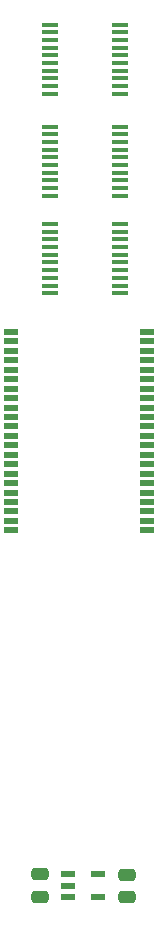
<source format=gtp>
%TF.GenerationSoftware,KiCad,Pcbnew,9.0.2*%
%TF.CreationDate,2025-06-26T11:15:28+02:00*%
%TF.ProjectId,HCP65 MPU Memory,48435036-3520-44d5-9055-204d656d6f72,V1*%
%TF.SameCoordinates,Original*%
%TF.FileFunction,Paste,Top*%
%TF.FilePolarity,Positive*%
%FSLAX46Y46*%
G04 Gerber Fmt 4.6, Leading zero omitted, Abs format (unit mm)*
G04 Created by KiCad (PCBNEW 9.0.2) date 2025-06-26 11:15:28*
%MOMM*%
%LPD*%
G01*
G04 APERTURE LIST*
G04 Aperture macros list*
%AMRoundRect*
0 Rectangle with rounded corners*
0 $1 Rounding radius*
0 $2 $3 $4 $5 $6 $7 $8 $9 X,Y pos of 4 corners*
0 Add a 4 corners polygon primitive as box body*
4,1,4,$2,$3,$4,$5,$6,$7,$8,$9,$2,$3,0*
0 Add four circle primitives for the rounded corners*
1,1,$1+$1,$2,$3*
1,1,$1+$1,$4,$5*
1,1,$1+$1,$6,$7*
1,1,$1+$1,$8,$9*
0 Add four rect primitives between the rounded corners*
20,1,$1+$1,$2,$3,$4,$5,0*
20,1,$1+$1,$4,$5,$6,$7,0*
20,1,$1+$1,$6,$7,$8,$9,0*
20,1,$1+$1,$8,$9,$2,$3,0*%
G04 Aperture macros list end*
%ADD10R,1.150000X0.600000*%
%ADD11RoundRect,0.250000X0.475000X-0.250000X0.475000X0.250000X-0.475000X0.250000X-0.475000X-0.250000X0*%
%ADD12R,1.475000X0.450000*%
%ADD13RoundRect,0.250000X-0.475000X0.250000X-0.475000X-0.250000X0.475000X-0.250000X0.475000X0.250000X0*%
%ADD14R,1.295000X0.600000*%
G04 APERTURE END LIST*
D10*
%TO.C,IC45*%
X10465000Y-68900000D03*
X10465000Y-69850000D03*
X10465000Y-70800000D03*
X13065000Y-70800000D03*
X13065000Y-68900000D03*
%TD*%
D11*
%TO.C,C49*%
X8082000Y-70784000D03*
X8082000Y-68884000D03*
%TD*%
D12*
%TO.C,IC5*%
X9000000Y-13839018D03*
X9000000Y-14489018D03*
X9000000Y-15139018D03*
X9000000Y-15789018D03*
X9000000Y-16439018D03*
X9000000Y-17089018D03*
X9000000Y-17739018D03*
X9000000Y-18389018D03*
X9000000Y-19039018D03*
X9000000Y-19689018D03*
X14876000Y-19689018D03*
X14876000Y-19039018D03*
X14876000Y-18389018D03*
X14876000Y-17739018D03*
X14876000Y-17089018D03*
X14876000Y-16439018D03*
X14876000Y-15789018D03*
X14876000Y-15139018D03*
X14876000Y-14489018D03*
X14876000Y-13839018D03*
%TD*%
%TO.C,IC1*%
X8983000Y-5584000D03*
X8983000Y-6234000D03*
X8983000Y-6884000D03*
X8983000Y-7534000D03*
X8983000Y-8184000D03*
X8983000Y-8834000D03*
X8983000Y-9484000D03*
X8983000Y-10134000D03*
X8983000Y-10784000D03*
X8983000Y-11434000D03*
X14859000Y-11434000D03*
X14859000Y-10784000D03*
X14859000Y-10134000D03*
X14859000Y-9484000D03*
X14859000Y-8834000D03*
X14859000Y-8184000D03*
X14859000Y-7534000D03*
X14859000Y-6884000D03*
X14859000Y-6234000D03*
X14859000Y-5584000D03*
%TD*%
D13*
%TO.C,C50*%
X15448000Y-68916000D03*
X15448000Y-70816000D03*
%TD*%
D14*
%TO.C,IC25*%
X5702000Y-22969000D03*
X5702000Y-23769000D03*
X5702000Y-24569000D03*
X5702000Y-25369000D03*
X5702000Y-26169000D03*
X5702000Y-26969000D03*
X5702000Y-27769000D03*
X5702000Y-28569000D03*
X5702000Y-29369000D03*
X5702000Y-30169000D03*
X5702000Y-30969000D03*
X5702000Y-31769000D03*
X5702000Y-32569000D03*
X5702000Y-33369000D03*
X5702000Y-34169000D03*
X5702000Y-34969000D03*
X5702000Y-35769000D03*
X5702000Y-36569000D03*
X5702000Y-37369000D03*
X5702000Y-38169000D03*
X5702000Y-38969000D03*
X5702000Y-39769000D03*
X17158000Y-39769000D03*
X17158000Y-38969000D03*
X17158000Y-38169000D03*
X17158000Y-37369000D03*
X17158000Y-36569000D03*
X17158000Y-35769000D03*
X17158000Y-34969000D03*
X17158000Y-34169000D03*
X17158000Y-33369000D03*
X17158000Y-32569000D03*
X17158000Y-31769000D03*
X17158000Y-30969000D03*
X17158000Y-30169000D03*
X17158000Y-29369000D03*
X17158000Y-28569000D03*
X17158000Y-27769000D03*
X17158000Y-26969000D03*
X17158000Y-26169000D03*
X17158000Y-25369000D03*
X17158000Y-24569000D03*
X17158000Y-23769000D03*
X17158000Y-22969000D03*
%TD*%
D12*
%TO.C,IC2*%
X8983000Y3052000D03*
X8983000Y2402000D03*
X8983000Y1752000D03*
X8983000Y1102000D03*
X8983000Y452000D03*
X8983000Y-198000D03*
X8983000Y-848000D03*
X8983000Y-1498000D03*
X8983000Y-2148000D03*
X8983000Y-2798000D03*
X14859000Y-2798000D03*
X14859000Y-2148000D03*
X14859000Y-1498000D03*
X14859000Y-848000D03*
X14859000Y-198000D03*
X14859000Y452000D03*
X14859000Y1102000D03*
X14859000Y1752000D03*
X14859000Y2402000D03*
X14859000Y3052000D03*
%TD*%
M02*

</source>
